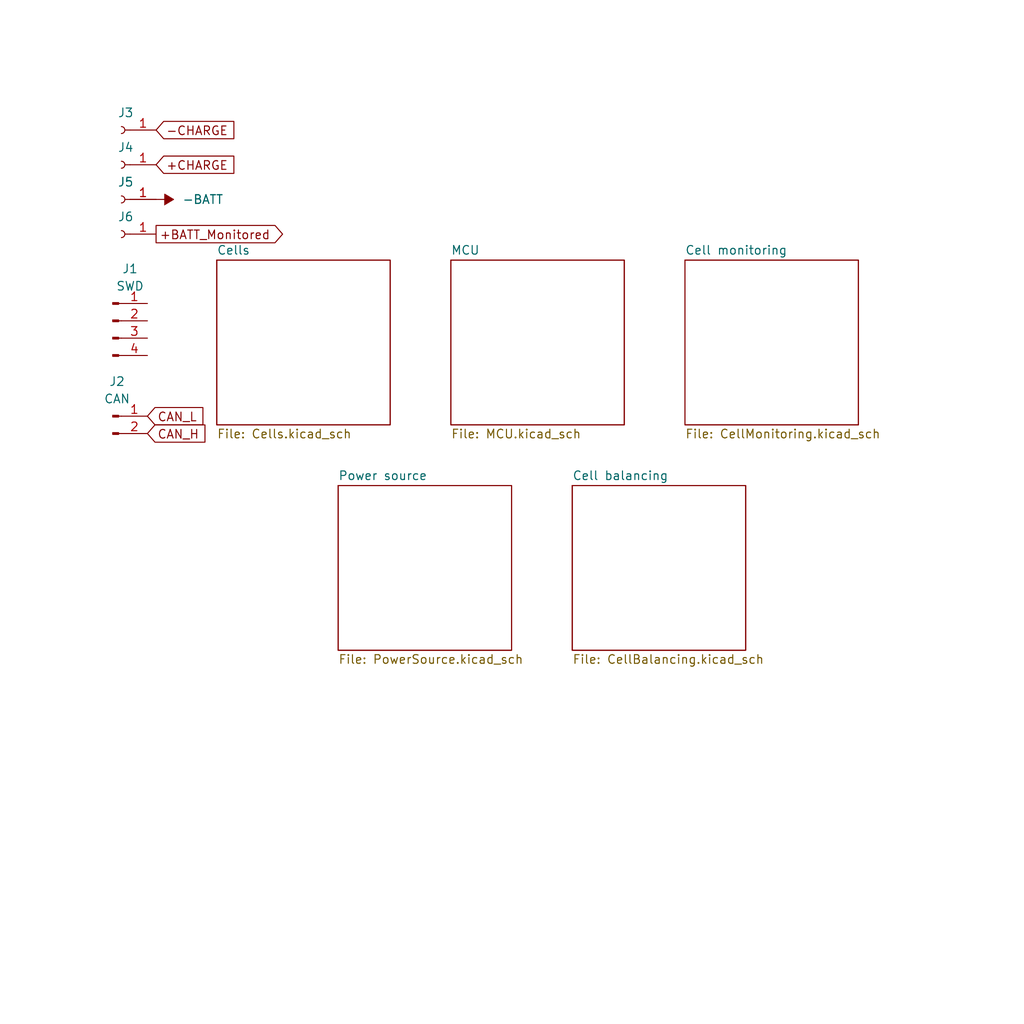
<source format=kicad_sch>
(kicad_sch (version 20230121) (generator eeschema)
  (paper "User" 150.012 150.012)
  (title_block (date "2023-08-20"))
  (lib_symbols
    (symbol "Connector:Conn_01x01_Socket" (pin_names (offset 1.016) hide)
      (property "Reference" "J" (at 0 2.54 0))
      (property "Value" "Conn_01x01_Socket" (at 0 -2.54 0))
      (symbol "Conn_01x01_Socket_1_1"
        (polyline (pts (xy -1.27 0) (xy -0.508 0)) (stroke (width 0.1524)))
        (arc (start 0 0.508) (mid -0.5058 0) (end 0 -0.508) (stroke (width 0.1524)))
        (pin passive line (at -5.08 0 0) (length 3.81) (name "Pin_1") (number "1"))
      )
    )
    (symbol "Connector:Conn_01x02_Male" (pin_names (offset 1.016) hide)
      (property "Reference" "J" (at 0 2.54 0))
      (property "Value" "Conn_01x02_Male" (at 0 -5.08 0))
      (symbol "Conn_01x02_Male_1_1"
        (polyline (pts (xy 1.27 -2.54) (xy 0.8636 -2.54)) (stroke (width 0.1524)))
        (polyline (pts (xy 1.27 0) (xy 0.8636 0)) (stroke (width 0.1524)))
        (rectangle (start 0.8636 -2.413) (end 0 -2.667) (stroke (width 0.1524)) (fill (type outline)))
        (rectangle (start 0.8636 0.127) (end 0 -0.127) (stroke (width 0.1524)) (fill (type outline)))
        (pin passive line (at 5.08 0 180) (length 3.81) (name "Pin_1") (number "1"))
        (pin passive line (at 5.08 -2.54 180) (length 3.81) (name "Pin_2") (number "2"))
      )
    )
    (symbol "Connector:Conn_01x04_Male" (pin_names (offset 1.016) hide)
      (property "Reference" "J" (at 0 5.08 0))
      (property "Value" "Conn_01x04_Male" (at 0 -7.62 0))
      (symbol "Conn_01x04_Male_1_1"
        (polyline (pts (xy 1.27 -5.08) (xy 0.8636 -5.08)) (stroke (width 0.1524)))
        (polyline (pts (xy 1.27 -2.54) (xy 0.8636 -2.54)) (stroke (width 0.1524)))
        (polyline (pts (xy 1.27 0) (xy 0.8636 0)) (stroke (width 0.1524)))
        (polyline (pts (xy 1.27 2.54) (xy 0.8636 2.54)) (stroke (width 0.1524)))
        (rectangle (start 0.8636 -4.953) (end 0 -5.207) (stroke (width 0.1524)) (fill (type outline)))
        (rectangle (start 0.8636 -2.413) (end 0 -2.667) (stroke (width 0.1524)) (fill (type outline)))
        (rectangle (start 0.8636 0.127) (end 0 -0.127) (stroke (width 0.1524)) (fill (type outline)))
        (rectangle (start 0.8636 2.667) (end 0 2.413) (stroke (width 0.1524)) (fill (type outline)))
        (pin passive line (at 5.08 2.54 180) (length 3.81) (name "Pin_1") (number "1"))
        (pin passive line (at 5.08 0 180) (length 3.81) (name "Pin_2") (number "2"))
        (pin passive line (at 5.08 -2.54 180) (length 3.81) (name "Pin_3") (number "3"))
        (pin passive line (at 5.08 -5.08 180) (length 3.81) (name "Pin_4") (number "4"))
      )
    )
    (symbol "power:-BATT" (power) (pin_names (offset 0))
      (property "Value" "-BATT" (at 0 3.556 0))
      (symbol "-BATT_0_1"
        (polyline (pts (xy 0 0) (xy 0 2.54)))
        (polyline (pts (xy 0.762 1.27) (xy -0.762 1.27) (xy 0 2.54) (xy 0.762 1.27)) (fill (type outline)))
      )
      (symbol "-BATT_1_1"
        (pin power_in line (at 0 0 90) (length 0) hide (name "-BATT") (number "1"))
      )
    )
  )
  (global_label "+BATT_Monitored" (shape output) (at 22.86 34.29 0) (property "Intersheetrefs" "${INTERSHEET_REFS}" (effects hide)))
  (global_label "CAN_L" (shape input) (at 21.59 60.96 0) (property "Intersheetrefs" "${INTERSHEET_REFS}" (effects hide)))
  (global_label "-CHARGE" (shape input) (at 22.86 19.05 0) (property "Intersheetrefs" "${INTERSHEET_REFS}" (effects hide)))
  (global_label "+CHARGE" (shape input) (at 22.86 24.13 0) (property "Intersheetrefs" "${INTERSHEET_REFS}" (effects hide)))
  (global_label "CAN_H" (shape input) (at 21.59 63.5 0) (property "Intersheetrefs" "${INTERSHEET_REFS}" (effects hide)))
  (symbol (lib_id "Connector:Conn_01x04_Male") (at 16.51 46.99 0) (unit 1)
    (property "Reference" "J1" (at 19.05 39.37 0))
    (property "Value" "SWD" (at 19.05 41.91 0))
  )
  (symbol (lib_id "Connector:Conn_01x01_Socket") (at 17.78 19.05 180) (unit 1)
    (property "Reference" "J3" (at 18.415 16.51 0))
    (property "Value" "Conn_01x01_Socket" (effects hide))
  )
  (symbol (lib_id "Connector:Conn_01x02_Male") (at 16.51 60.96 0) (unit 1)
    (property "Reference" "J2" (at 17.145 55.88 0))
    (property "Value" "CAN" (at 17.145 58.42 0))
  )
  (symbol (lib_id "Connector:Conn_01x01_Socket") (at 17.78 29.21 180) (unit 1)
    (property "Reference" "J5" (at 18.415 26.67 0))
    (property "Value" "Conn_01x01_Socket" (effects hide))
  )
  (symbol (lib_id "Connector:Conn_01x01_Socket") (at 17.78 34.29 180) (unit 1)
    (property "Reference" "J6" (at 18.415 31.75 0))
    (property "Value" "Conn_01x01_Socket" (effects hide))
  )
  (symbol (lib_id "power:-BATT") (at 22.86 29.21 270) (unit 1)
    (property "Reference" "#PWR08" (effects hide))
    (property "Value" "-BATT" (at 26.67 29.21 90) (effects (justify left)))
  )
  (symbol (lib_id "Connector:Conn_01x01_Socket") (at 17.78 24.13 180) (unit 1)
    (property "Reference" "J4" (at 18.415 21.59 0))
    (property "Value" "Conn_01x01_Socket" (effects hide))
  )
  (sheet (at 100.33 38.1) (size 25.4 24.13) (stroke (width 0.1524))
    (property "Sheetname" "Cell monitoring" (at 100.33 37.3884 0) (effects (justify left bottom)))
    (property "Sheetfile" "CellMonitoring.kicad_sch" (at 100.33 62.8146 0) (effects (justify left top)))
  )
  (sheet (at 49.53 71.12) (size 25.4 24.13) (stroke (width 0.1524))
    (property "Sheetname" "Power source" (at 49.53 70.4084 0) (effects (justify left bottom)))
    (property "Sheetfile" "PowerSource.kicad_sch" (at 49.53 95.8346 0) (effects (justify left top)))
  )
  (sheet (at 31.75 38.1) (size 25.4 24.13) (stroke (width 0.1524))
    (property "Sheetname" "Cells" (at 31.75 37.3884 0) (effects (justify left bottom)))
    (property "Sheetfile" "Cells.kicad_sch" (at 31.75 62.8146 0) (effects (justify left top)))
  )
  (sheet (at 83.82 71.12) (size 25.4 24.13) (stroke (width 0.1524))
    (property "Sheetname" "Cell balancing" (at 83.82 70.4084 0) (effects (justify left bottom)))
    (property "Sheetfile" "CellBalancing.kicad_sch" (at 83.82 95.8346 0) (effects (justify left top)))
  )
  (sheet (at 66.04 38.1) (size 25.4 24.13) (stroke (width 0.1524))
    (property "Sheetname" "MCU" (at 66.04 37.3884 0) (effects (justify left bottom)))
    (property "Sheetfile" "MCU.kicad_sch" (at 66.04 62.8146 0) (effects (justify left top)))
  )
)
</source>
